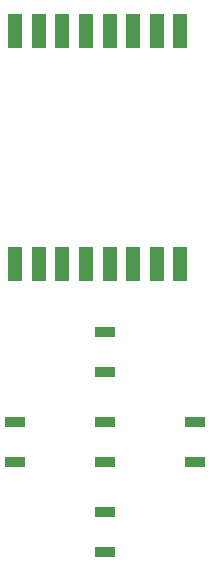
<source format=gbr>
G04 #@! TF.FileFunction,Paste,Top*
%FSLAX46Y46*%
G04 Gerber Fmt 4.6, Leading zero omitted, Abs format (unit mm)*
G04 Created by KiCad (PCBNEW 4.0.4-stable) date 07/08/18 17:05:10*
%MOMM*%
%LPD*%
G01*
G04 APERTURE LIST*
%ADD10C,0.100000*%
%ADD11R,1.700000X0.900000*%
%ADD12R,1.200000X3.000000*%
G04 APERTURE END LIST*
D10*
D11*
X130810000Y-116000000D03*
X130810000Y-112600000D03*
X130810000Y-120220000D03*
X130810000Y-123620000D03*
X130810000Y-127840000D03*
X130810000Y-131240000D03*
X138430000Y-123620000D03*
X138430000Y-120220000D03*
X123190000Y-120220000D03*
X123190000Y-123620000D03*
D12*
X123190000Y-106810000D03*
X125190000Y-106810000D03*
X127190000Y-106810000D03*
X129190000Y-106810000D03*
X131190000Y-106810000D03*
X133190000Y-106810000D03*
X135190000Y-106810000D03*
X137190000Y-106810000D03*
X137190000Y-87110000D03*
X135190000Y-87110000D03*
X133190000Y-87110000D03*
X131190000Y-87110000D03*
X129190000Y-87110000D03*
X127190000Y-87110000D03*
X125190000Y-87110000D03*
X123190000Y-87110000D03*
M02*

</source>
